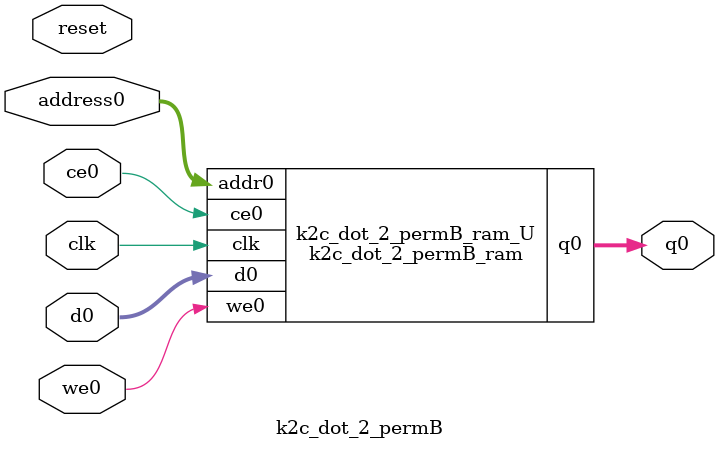
<source format=v>

`timescale 1 ns / 1 ps
module k2c_dot_2_permB_ram (addr0, ce0, d0, we0, q0,  clk);

parameter DWIDTH = 2;
parameter AWIDTH = 3;
parameter MEM_SIZE = 5;

input[AWIDTH-1:0] addr0;
input ce0;
input[DWIDTH-1:0] d0;
input we0;
output reg[DWIDTH-1:0] q0;
input clk;

(* ram_style = "distributed" *)reg [DWIDTH-1:0] ram[0:MEM_SIZE-1];




always @(posedge clk)  
begin 
    if (ce0) 
    begin
        if (we0) 
        begin 
            ram[addr0] <= d0; 
            q0 <= d0;
        end 
        else 
            q0 <= ram[addr0];
    end
end


endmodule


`timescale 1 ns / 1 ps
module k2c_dot_2_permB(
    reset,
    clk,
    address0,
    ce0,
    we0,
    d0,
    q0);

parameter DataWidth = 32'd2;
parameter AddressRange = 32'd5;
parameter AddressWidth = 32'd3;
input reset;
input clk;
input[AddressWidth - 1:0] address0;
input ce0;
input we0;
input[DataWidth - 1:0] d0;
output[DataWidth - 1:0] q0;



k2c_dot_2_permB_ram k2c_dot_2_permB_ram_U(
    .clk( clk ),
    .addr0( address0 ),
    .ce0( ce0 ),
    .we0( we0 ),
    .d0( d0 ),
    .q0( q0 ));

endmodule


</source>
